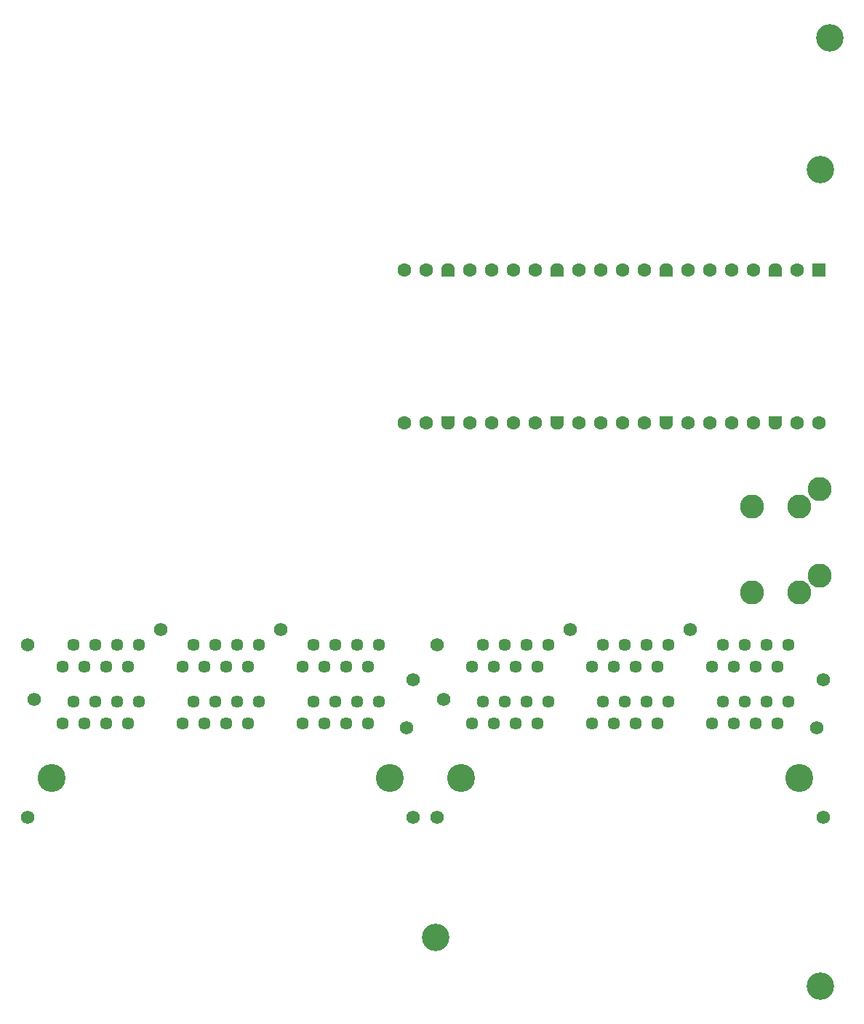
<source format=gbs>
%TF.GenerationSoftware,KiCad,Pcbnew,9.0.0*%
%TF.CreationDate,2025-03-16T14:08:26-07:00*%
%TF.ProjectId,elan_interface,656c616e-5f69-46e7-9465-72666163652e,rev?*%
%TF.SameCoordinates,Original*%
%TF.FileFunction,Soldermask,Bot*%
%TF.FilePolarity,Negative*%
%FSLAX46Y46*%
G04 Gerber Fmt 4.6, Leading zero omitted, Abs format (unit mm)*
G04 Created by KiCad (PCBNEW 9.0.0) date 2025-03-16 14:08:26*
%MOMM*%
%LPD*%
G01*
G04 APERTURE LIST*
G04 Aperture macros list*
%AMRoundRect*
0 Rectangle with rounded corners*
0 $1 Rounding radius*
0 $2 $3 $4 $5 $6 $7 $8 $9 X,Y pos of 4 corners*
0 Add a 4 corners polygon primitive as box body*
4,1,4,$2,$3,$4,$5,$6,$7,$8,$9,$2,$3,0*
0 Add four circle primitives for the rounded corners*
1,1,$1+$1,$2,$3*
1,1,$1+$1,$4,$5*
1,1,$1+$1,$6,$7*
1,1,$1+$1,$8,$9*
0 Add four rect primitives between the rounded corners*
20,1,$1+$1,$2,$3,$4,$5,0*
20,1,$1+$1,$4,$5,$6,$7,0*
20,1,$1+$1,$6,$7,$8,$9,0*
20,1,$1+$1,$8,$9,$2,$3,0*%
%AMFreePoly0*
4,1,37,0.603843,0.796157,0.639018,0.796157,0.711114,0.766294,0.766294,0.711114,0.796157,0.639018,0.796157,0.603843,0.800000,0.600000,0.800000,-0.600000,0.796157,-0.603843,0.796157,-0.639018,0.766294,-0.711114,0.711114,-0.766294,0.639018,-0.796157,0.603843,-0.796157,0.600000,-0.800000,0.000000,-0.800000,0.000000,-0.796148,-0.078414,-0.796148,-0.232228,-0.765552,-0.377117,-0.705537,
-0.507515,-0.618408,-0.618408,-0.507515,-0.705537,-0.377117,-0.765552,-0.232228,-0.796148,-0.078414,-0.796148,0.078414,-0.765552,0.232228,-0.705537,0.377117,-0.618408,0.507515,-0.507515,0.618408,-0.377117,0.705537,-0.232228,0.765552,-0.078414,0.796148,0.000000,0.796148,0.000000,0.800000,0.600000,0.800000,0.603843,0.796157,0.603843,0.796157,$1*%
%AMFreePoly1*
4,1,37,0.000000,0.796148,0.078414,0.796148,0.232228,0.765552,0.377117,0.705537,0.507515,0.618408,0.618408,0.507515,0.705537,0.377117,0.765552,0.232228,0.796148,0.078414,0.796148,-0.078414,0.765552,-0.232228,0.705537,-0.377117,0.618408,-0.507515,0.507515,-0.618408,0.377117,-0.705537,0.232228,-0.765552,0.078414,-0.796148,0.000000,-0.796148,0.000000,-0.800000,-0.600000,-0.800000,
-0.603843,-0.796157,-0.639018,-0.796157,-0.711114,-0.766294,-0.766294,-0.711114,-0.796157,-0.639018,-0.796157,-0.603843,-0.800000,-0.600000,-0.800000,0.600000,-0.796157,0.603843,-0.796157,0.639018,-0.766294,0.711114,-0.711114,0.766294,-0.639018,0.796157,-0.603843,0.796157,-0.600000,0.800000,0.000000,0.800000,0.000000,0.796148,0.000000,0.796148,$1*%
G04 Aperture macros list end*
%ADD10C,3.200000*%
%ADD11RoundRect,0.200000X-0.600000X0.600000X-0.600000X-0.600000X0.600000X-0.600000X0.600000X0.600000X0*%
%ADD12C,1.600000*%
%ADD13FreePoly0,270.000000*%
%ADD14FreePoly1,270.000000*%
%ADD15C,2.800000*%
%ADD16C,1.570000*%
%ADD17C,3.250000*%
%ADD18C,1.450000*%
G04 APERTURE END LIST*
D10*
%TO.C,H4*%
X201050000Y-20700000D03*
%TD*%
D11*
%TO.C,U1*%
X199820000Y-47720000D03*
D12*
X197280000Y-47720000D03*
D13*
X194740000Y-47720000D03*
D12*
X192200000Y-47720000D03*
X189660000Y-47720000D03*
X187120000Y-47720000D03*
X184580000Y-47720000D03*
D13*
X182040000Y-47720000D03*
D12*
X179500000Y-47720000D03*
X176960000Y-47720000D03*
X174420000Y-47720000D03*
X171880000Y-47720000D03*
D13*
X169340000Y-47720000D03*
D12*
X166800000Y-47720000D03*
X164260000Y-47720000D03*
X161720000Y-47720000D03*
X159180000Y-47720000D03*
D13*
X156640000Y-47720000D03*
D12*
X154100000Y-47720000D03*
X151560000Y-47720000D03*
X151560000Y-65500000D03*
X154100000Y-65500000D03*
D14*
X156640000Y-65500000D03*
D12*
X159180000Y-65500000D03*
X161720000Y-65500000D03*
X164260000Y-65500000D03*
X166800000Y-65500000D03*
D14*
X169340000Y-65500000D03*
D12*
X171880000Y-65500000D03*
X174420000Y-65500000D03*
X176960000Y-65500000D03*
X179500000Y-65500000D03*
D14*
X182040000Y-65500000D03*
D12*
X184580000Y-65500000D03*
X187120000Y-65500000D03*
X189660000Y-65500000D03*
X192200000Y-65500000D03*
D14*
X194740000Y-65500000D03*
D12*
X197280000Y-65500000D03*
X199820000Y-65500000D03*
%TD*%
D15*
%TO.C,J2*%
X192020000Y-85250000D03*
X199920000Y-83250000D03*
X197520000Y-85250000D03*
%TD*%
D10*
%TO.C,H2*%
X200000000Y-131000000D03*
%TD*%
D15*
%TO.C,J1*%
X192020000Y-75250000D03*
X199920000Y-73250000D03*
X197520000Y-75250000D03*
%TD*%
D16*
%TO.C,C3*%
X107645000Y-91360000D03*
X107645000Y-111420000D03*
X108405000Y-97710000D03*
D17*
X110435000Y-106850000D03*
D16*
X123135000Y-89580000D03*
X137105000Y-89580000D03*
D17*
X149805000Y-106850000D03*
D16*
X151835000Y-101010000D03*
X152595000Y-95420000D03*
X152595000Y-111420000D03*
D18*
X148535000Y-91360000D03*
X147265000Y-93900000D03*
X145995000Y-91360000D03*
X144725000Y-93900000D03*
X143455000Y-91360000D03*
X142185000Y-93900000D03*
X140915000Y-91360000D03*
X139645000Y-93900000D03*
X134565000Y-91360000D03*
X133295000Y-93900000D03*
X132025000Y-91360000D03*
X130755000Y-93900000D03*
X129485000Y-91360000D03*
X128215000Y-93900000D03*
X126945000Y-91360000D03*
X125675000Y-93900000D03*
X120595000Y-91360000D03*
X119325000Y-93900000D03*
X118055000Y-91360000D03*
X116785000Y-93900000D03*
X115515000Y-91360000D03*
X114245000Y-93900000D03*
X112975000Y-91360000D03*
X111705000Y-93900000D03*
X111705000Y-100500000D03*
X112975000Y-97960000D03*
X114245000Y-100500000D03*
X115515000Y-97960000D03*
X116785000Y-100500000D03*
X118055000Y-97960000D03*
X119325000Y-100500000D03*
X120595000Y-97960000D03*
X125675000Y-100500000D03*
X126945000Y-97960000D03*
X128215000Y-100500000D03*
X129485000Y-97960000D03*
X130755000Y-100500000D03*
X132025000Y-97960000D03*
X133295000Y-100500000D03*
X134565000Y-97960000D03*
X139645000Y-100500000D03*
X140915000Y-97960000D03*
X142185000Y-100500000D03*
X143455000Y-97960000D03*
X144725000Y-100500000D03*
X145995000Y-97960000D03*
X147265000Y-100500000D03*
X148535000Y-97960000D03*
%TD*%
D10*
%TO.C,H3*%
X200000000Y-36000000D03*
%TD*%
%TO.C,H1*%
X155150000Y-125400000D03*
%TD*%
D16*
%TO.C,C4*%
X155330000Y-91360000D03*
X155330000Y-111420000D03*
X156090000Y-97710000D03*
D17*
X158120000Y-106850000D03*
D16*
X170820000Y-89580000D03*
X184790000Y-89580000D03*
D17*
X197490000Y-106850000D03*
D16*
X199520000Y-101010000D03*
X200280000Y-95420000D03*
X200280000Y-111420000D03*
D18*
X196220000Y-91360000D03*
X194950000Y-93900000D03*
X193680000Y-91360000D03*
X192410000Y-93900000D03*
X191140000Y-91360000D03*
X189870000Y-93900000D03*
X188600000Y-91360000D03*
X187330000Y-93900000D03*
X182250000Y-91360000D03*
X180980000Y-93900000D03*
X179710000Y-91360000D03*
X178440000Y-93900000D03*
X177170000Y-91360000D03*
X175900000Y-93900000D03*
X174630000Y-91360000D03*
X173360000Y-93900000D03*
X168280000Y-91360000D03*
X167010000Y-93900000D03*
X165740000Y-91360000D03*
X164470000Y-93900000D03*
X163200000Y-91360000D03*
X161930000Y-93900000D03*
X160660000Y-91360000D03*
X159390000Y-93900000D03*
X159390000Y-100500000D03*
X160660000Y-97960000D03*
X161930000Y-100500000D03*
X163200000Y-97960000D03*
X164470000Y-100500000D03*
X165740000Y-97960000D03*
X167010000Y-100500000D03*
X168280000Y-97960000D03*
X173360000Y-100500000D03*
X174630000Y-97960000D03*
X175900000Y-100500000D03*
X177170000Y-97960000D03*
X178440000Y-100500000D03*
X179710000Y-97960000D03*
X180980000Y-100500000D03*
X182250000Y-97960000D03*
X187330000Y-100500000D03*
X188600000Y-97960000D03*
X189870000Y-100500000D03*
X191140000Y-97960000D03*
X192410000Y-100500000D03*
X193680000Y-97960000D03*
X194950000Y-100500000D03*
X196220000Y-97960000D03*
%TD*%
M02*

</source>
